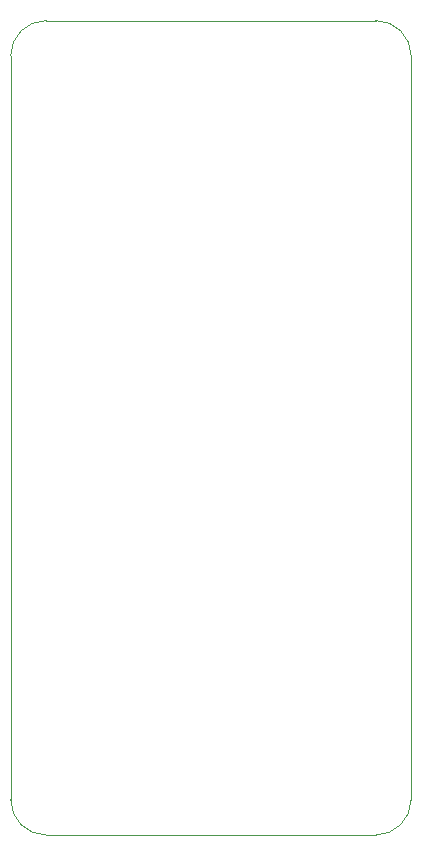
<source format=gbr>
%TF.GenerationSoftware,KiCad,Pcbnew,9.0.6*%
%TF.CreationDate,2025-11-18T00:54:51+10:00*%
%TF.ProjectId,PicoX68Key,5069636f-5836-4384-9b65-792e6b696361,rev?*%
%TF.SameCoordinates,Original*%
%TF.FileFunction,Profile,NP*%
%FSLAX46Y46*%
G04 Gerber Fmt 4.6, Leading zero omitted, Abs format (unit mm)*
G04 Created by KiCad (PCBNEW 9.0.6) date 2025-11-18 00:54:51*
%MOMM*%
%LPD*%
G01*
G04 APERTURE LIST*
%TA.AperFunction,Profile*%
%ADD10C,0.100000*%
%TD*%
G04 APERTURE END LIST*
D10*
X97838000Y-80518000D02*
X91900000Y-80518000D01*
X69929000Y-149479000D02*
G75*
G02*
X66929000Y-146479000I0J3000000D01*
G01*
X69929000Y-80518000D02*
X91900000Y-80518000D01*
X100838000Y-83518000D02*
X100838000Y-146479000D01*
X66929000Y-146479000D02*
X66929000Y-83518000D01*
X97838000Y-80518000D02*
G75*
G02*
X100838000Y-83518000I0J-3000000D01*
G01*
X97838000Y-149479000D02*
X69929000Y-149479000D01*
X100838000Y-146479000D02*
G75*
G02*
X97838000Y-149479000I-3000000J0D01*
G01*
X66929000Y-83518000D02*
G75*
G02*
X69929000Y-80518000I3000000J0D01*
G01*
M02*

</source>
